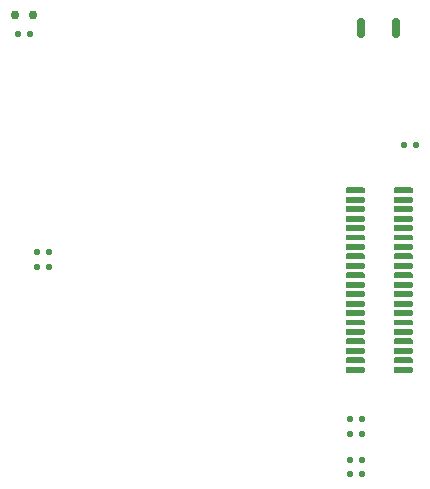
<source format=gbr>
%TF.GenerationSoftware,Altium Limited,Altium Designer,25.5.2 (35)*%
G04 Layer_Color=8421504*
%FSLAX45Y45*%
%MOMM*%
%TF.SameCoordinates,04C475F5-62FD-4A33-8D44-780EF8A6E366*%
%TF.FilePolarity,Positive*%
%TF.FileFunction,Paste,Top*%
%TF.Part,Single*%
G01*
G75*
%TA.AperFunction,OtherPad,Free Pad (3.5mm,44.9mm)*%
G04:AMPARAMS|DCode=33|XSize=0.73mm|YSize=0.73mm|CornerRadius=0.3285mm|HoleSize=0mm|Usage=FLASHONLY|Rotation=0.000|XOffset=0mm|YOffset=0mm|HoleType=Round|Shape=RoundedRectangle|*
%AMROUNDEDRECTD33*
21,1,0.73000,0.07300,0,0,0.0*
21,1,0.07300,0.73000,0,0,0.0*
1,1,0.65700,0.03650,-0.03650*
1,1,0.65700,-0.03650,-0.03650*
1,1,0.65700,-0.03650,0.03650*
1,1,0.65700,0.03650,0.03650*
%
%ADD33ROUNDEDRECTD33*%
%TA.AperFunction,OtherPad,Free Pad (1.9mm,44.9mm)*%
G04:AMPARAMS|DCode=34|XSize=0.73mm|YSize=0.73mm|CornerRadius=0.3285mm|HoleSize=0mm|Usage=FLASHONLY|Rotation=0.000|XOffset=0mm|YOffset=0mm|HoleType=Round|Shape=RoundedRectangle|*
%AMROUNDEDRECTD34*
21,1,0.73000,0.07300,0,0,0.0*
21,1,0.07300,0.73000,0,0,0.0*
1,1,0.65700,0.03650,-0.03650*
1,1,0.65700,-0.03650,-0.03650*
1,1,0.65700,-0.03650,0.03650*
1,1,0.65700,0.03650,0.03650*
%
%ADD34ROUNDEDRECTD34*%
%TA.AperFunction,OtherPad,Free Pad (34.2mm,43.8mm)*%
G04:AMPARAMS|DCode=35|XSize=1.7mm|YSize=0.6mm|CornerRadius=0.15mm|HoleSize=0mm|Usage=FLASHONLY|Rotation=90.000|XOffset=0mm|YOffset=0mm|HoleType=Round|Shape=RoundedRectangle|*
%AMROUNDEDRECTD35*
21,1,1.70000,0.30000,0,0,90.0*
21,1,1.40000,0.60000,0,0,90.0*
1,1,0.30000,0.15000,0.70000*
1,1,0.30000,0.15000,-0.70000*
1,1,0.30000,-0.15000,-0.70000*
1,1,0.30000,-0.15000,0.70000*
%
%ADD35ROUNDEDRECTD35*%
%TA.AperFunction,OtherPad,Free Pad (31.2mm,43.8mm)*%
G04:AMPARAMS|DCode=36|XSize=1.7mm|YSize=0.6mm|CornerRadius=0.15mm|HoleSize=0mm|Usage=FLASHONLY|Rotation=270.000|XOffset=0mm|YOffset=0mm|HoleType=Round|Shape=RoundedRectangle|*
%AMROUNDEDRECTD36*
21,1,1.70000,0.30000,0,0,270.0*
21,1,1.40000,0.60000,0,0,270.0*
1,1,0.30000,-0.15000,-0.70000*
1,1,0.30000,-0.15000,0.70000*
1,1,0.30000,0.15000,0.70000*
1,1,0.30000,0.15000,-0.70000*
%
%ADD36ROUNDEDRECTD36*%
%TA.AperFunction,SMDPad,CuDef*%
G04:AMPARAMS|DCode=37|XSize=0.53666mm|YSize=0.53666mm|CornerRadius=0.11833mm|HoleSize=0mm|Usage=FLASHONLY|Rotation=90.000|XOffset=0mm|YOffset=0mm|HoleType=Round|Shape=RoundedRectangle|*
%AMROUNDEDRECTD37*
21,1,0.53666,0.30000,0,0,90.0*
21,1,0.30000,0.53666,0,0,90.0*
1,1,0.23666,0.15000,0.15000*
1,1,0.23666,0.15000,-0.15000*
1,1,0.23666,-0.15000,-0.15000*
1,1,0.23666,-0.15000,0.15000*
%
%ADD37ROUNDEDRECTD37*%
G36*
X3006500Y1515000D02*
X3004013D01*
X2999419Y1513097D01*
X2995903Y1509581D01*
X2994000Y1504986D01*
Y1502500D01*
D01*
Y1477500D01*
Y1475014D01*
X2995903Y1470419D01*
X2999419Y1466903D01*
X3004013Y1465000D01*
X3006500D01*
D01*
X3141500D01*
X3143986D01*
X3148581Y1466903D01*
X3152097Y1470419D01*
X3154000Y1475014D01*
Y1477500D01*
D01*
Y1502500D01*
Y1504986D01*
X3152097Y1509581D01*
X3148581Y1513097D01*
X3143986Y1515000D01*
X3141500D01*
D01*
X3006500D01*
D02*
G37*
G36*
Y1595000D02*
X3004013D01*
X2999419Y1593097D01*
X2995903Y1589581D01*
X2994000Y1584986D01*
Y1582500D01*
D01*
Y1557500D01*
Y1555013D01*
X2995903Y1550419D01*
X2999419Y1546903D01*
X3004013Y1545000D01*
X3006500D01*
D01*
X3141500D01*
X3143986D01*
X3148581Y1546903D01*
X3152097Y1550419D01*
X3154000Y1555013D01*
Y1557500D01*
D01*
Y1582500D01*
Y1584986D01*
X3152097Y1589581D01*
X3148581Y1593097D01*
X3143986Y1595000D01*
X3141500D01*
D01*
X3006500D01*
D02*
G37*
G36*
Y1675000D02*
X3004013D01*
X2999419Y1673097D01*
X2995903Y1669581D01*
X2994000Y1664987D01*
Y1662500D01*
D01*
Y1637500D01*
Y1635014D01*
X2995903Y1630419D01*
X2999419Y1626903D01*
X3004013Y1625000D01*
X3006500D01*
D01*
X3141500D01*
X3143986D01*
X3148581Y1626903D01*
X3152097Y1630419D01*
X3154000Y1635014D01*
Y1637500D01*
D01*
Y1662500D01*
Y1664987D01*
X3152097Y1669581D01*
X3148581Y1673097D01*
X3143986Y1675000D01*
X3141500D01*
D01*
X3006500D01*
D02*
G37*
G36*
Y1755000D02*
X3004013D01*
X2999419Y1753097D01*
X2995903Y1749581D01*
X2994000Y1744986D01*
Y1742500D01*
D01*
Y1717500D01*
Y1715014D01*
X2995903Y1710419D01*
X2999419Y1706903D01*
X3004013Y1705000D01*
X3006500D01*
D01*
X3141500D01*
X3143986D01*
X3148581Y1706903D01*
X3152097Y1710419D01*
X3154000Y1715014D01*
Y1717500D01*
D01*
Y1742500D01*
Y1744986D01*
X3152097Y1749581D01*
X3148581Y1753097D01*
X3143986Y1755000D01*
X3141500D01*
D01*
X3006500D01*
D02*
G37*
G36*
Y1835000D02*
X3004013D01*
X2999419Y1833097D01*
X2995903Y1829581D01*
X2994000Y1824986D01*
Y1822500D01*
D01*
Y1797500D01*
Y1795013D01*
X2995903Y1790419D01*
X2999419Y1786903D01*
X3004013Y1785000D01*
X3006500D01*
D01*
X3141500D01*
X3143986D01*
X3148581Y1786903D01*
X3152097Y1790419D01*
X3154000Y1795013D01*
Y1797500D01*
D01*
Y1822500D01*
Y1824986D01*
X3152097Y1829581D01*
X3148581Y1833097D01*
X3143986Y1835000D01*
X3141500D01*
D01*
X3006500D01*
D02*
G37*
G36*
X3412500Y1515000D02*
X3547500D01*
X3549986D01*
X3554581Y1513097D01*
X3558097Y1509581D01*
X3560000Y1504986D01*
Y1502500D01*
D01*
Y1477500D01*
Y1475014D01*
X3558097Y1470419D01*
X3554581Y1466903D01*
X3549986Y1465000D01*
X3547500D01*
D01*
X3412500D01*
X3410013D01*
X3405419Y1466903D01*
X3401903Y1470419D01*
X3400000Y1475014D01*
Y1477500D01*
D01*
Y1502500D01*
Y1504986D01*
X3401903Y1509581D01*
X3405419Y1513097D01*
X3410013Y1515000D01*
X3412500D01*
D01*
D02*
G37*
G36*
Y1595000D02*
X3547500D01*
X3549986D01*
X3554581Y1593097D01*
X3558097Y1589581D01*
X3560000Y1584986D01*
Y1582500D01*
D01*
Y1557500D01*
Y1555013D01*
X3558097Y1550419D01*
X3554581Y1546903D01*
X3549986Y1545000D01*
X3547500D01*
D01*
X3412500D01*
X3410013D01*
X3405419Y1546903D01*
X3401903Y1550419D01*
X3400000Y1555013D01*
Y1557500D01*
D01*
Y1582500D01*
Y1584986D01*
X3401903Y1589581D01*
X3405419Y1593097D01*
X3410013Y1595000D01*
X3412500D01*
D01*
D02*
G37*
G36*
Y1675000D02*
X3547500D01*
X3549986D01*
X3554581Y1673097D01*
X3558097Y1669581D01*
X3560000Y1664987D01*
Y1662500D01*
D01*
Y1637500D01*
Y1635014D01*
X3558097Y1630419D01*
X3554581Y1626903D01*
X3549986Y1625000D01*
X3547500D01*
D01*
X3412500D01*
X3410013D01*
X3405419Y1626903D01*
X3401903Y1630419D01*
X3400000Y1635014D01*
Y1637500D01*
D01*
Y1662500D01*
Y1664987D01*
X3401903Y1669581D01*
X3405419Y1673097D01*
X3410013Y1675000D01*
X3412500D01*
D01*
D02*
G37*
G36*
Y1755000D02*
X3547500D01*
X3549986D01*
X3554581Y1753097D01*
X3558097Y1749581D01*
X3560000Y1744986D01*
Y1742500D01*
D01*
Y1717500D01*
Y1715014D01*
X3558097Y1710419D01*
X3554581Y1706903D01*
X3549986Y1705000D01*
X3547500D01*
D01*
X3412500D01*
X3410013D01*
X3405419Y1706903D01*
X3401903Y1710419D01*
X3400000Y1715014D01*
Y1717500D01*
D01*
Y1742500D01*
Y1744986D01*
X3401903Y1749581D01*
X3405419Y1753097D01*
X3410013Y1755000D01*
X3412500D01*
D01*
D02*
G37*
G36*
Y1835000D02*
X3547500D01*
X3549986D01*
X3554581Y1833097D01*
X3558097Y1829581D01*
X3560000Y1824986D01*
Y1822500D01*
D01*
Y1797500D01*
Y1795013D01*
X3558097Y1790419D01*
X3554581Y1786903D01*
X3549986Y1785000D01*
X3547500D01*
D01*
X3412500D01*
X3410013D01*
X3405419Y1786903D01*
X3401903Y1790419D01*
X3400000Y1795013D01*
Y1797500D01*
D01*
Y1822500D01*
Y1824986D01*
X3401903Y1829581D01*
X3405419Y1833097D01*
X3410013Y1835000D01*
X3412500D01*
D01*
D02*
G37*
G36*
X3006500Y1915000D02*
X3004013D01*
X2999419Y1913097D01*
X2995903Y1909581D01*
X2994000Y1904986D01*
Y1902500D01*
D01*
Y1877500D01*
Y1875014D01*
X2995903Y1870419D01*
X2999419Y1866903D01*
X3004013Y1865000D01*
X3006500D01*
D01*
X3141500D01*
X3143986D01*
X3148581Y1866903D01*
X3152097Y1870419D01*
X3154000Y1875014D01*
Y1877500D01*
D01*
Y1902500D01*
Y1904986D01*
X3152097Y1909581D01*
X3148581Y1913097D01*
X3143986Y1915000D01*
X3141500D01*
D01*
X3006500D01*
D02*
G37*
G36*
Y1995000D02*
X3004013D01*
X2999419Y1993097D01*
X2995903Y1989581D01*
X2994000Y1984986D01*
Y1982500D01*
D01*
Y1957500D01*
Y1955014D01*
X2995903Y1950419D01*
X2999419Y1946903D01*
X3004013Y1945000D01*
X3006500D01*
D01*
X3141500D01*
X3143986D01*
X3148581Y1946903D01*
X3152097Y1950419D01*
X3154000Y1955014D01*
Y1957500D01*
D01*
Y1982500D01*
Y1984986D01*
X3152097Y1989581D01*
X3148581Y1993097D01*
X3143986Y1995000D01*
X3141500D01*
D01*
X3006500D01*
D02*
G37*
G36*
Y2075000D02*
X3004013D01*
X2999419Y2073097D01*
X2995903Y2069581D01*
X2994000Y2064986D01*
Y2062500D01*
D01*
Y2037500D01*
Y2035013D01*
X2995903Y2030419D01*
X2999419Y2026903D01*
X3004013Y2025000D01*
X3006500D01*
D01*
X3141500D01*
X3143986D01*
X3148581Y2026903D01*
X3152097Y2030419D01*
X3154000Y2035013D01*
Y2037500D01*
D01*
Y2062500D01*
Y2064986D01*
X3152097Y2069581D01*
X3148581Y2073097D01*
X3143986Y2075000D01*
X3141500D01*
D01*
X3006500D01*
D02*
G37*
G36*
Y2235000D02*
X3004013D01*
X2999419Y2233097D01*
X2995903Y2229581D01*
X2994000Y2224986D01*
Y2222500D01*
D01*
Y2197500D01*
Y2195014D01*
X2995903Y2190419D01*
X2999419Y2186903D01*
X3004013Y2185000D01*
X3006500D01*
D01*
X3141500D01*
X3143986D01*
X3148581Y2186903D01*
X3152097Y2190419D01*
X3154000Y2195014D01*
Y2197500D01*
D01*
Y2222500D01*
Y2224986D01*
X3152097Y2229581D01*
X3148581Y2233097D01*
X3143986Y2235000D01*
X3141500D01*
D01*
X3006500D01*
D02*
G37*
G36*
Y2155000D02*
X3004013D01*
X2999419Y2153097D01*
X2995903Y2149581D01*
X2994000Y2144986D01*
Y2142500D01*
D01*
Y2117500D01*
Y2115014D01*
X2995903Y2110419D01*
X2999419Y2106903D01*
X3004013Y2105000D01*
X3006500D01*
D01*
X3141500D01*
X3143986D01*
X3148581Y2106903D01*
X3152097Y2110419D01*
X3154000Y2115014D01*
Y2117500D01*
D01*
Y2142500D01*
Y2144986D01*
X3152097Y2149581D01*
X3148581Y2153097D01*
X3143986Y2155000D01*
X3141500D01*
D01*
X3006500D01*
D02*
G37*
G36*
X3412500Y1915000D02*
X3547500D01*
X3549986D01*
X3554581Y1913097D01*
X3558097Y1909581D01*
X3560000Y1904986D01*
Y1902500D01*
D01*
Y1877500D01*
Y1875014D01*
X3558097Y1870419D01*
X3554581Y1866903D01*
X3549986Y1865000D01*
X3547500D01*
D01*
X3412500D01*
X3410013D01*
X3405419Y1866903D01*
X3401903Y1870419D01*
X3400000Y1875014D01*
Y1877500D01*
D01*
Y1902500D01*
Y1904986D01*
X3401903Y1909581D01*
X3405419Y1913097D01*
X3410013Y1915000D01*
X3412500D01*
D01*
D02*
G37*
G36*
Y1995000D02*
X3547500D01*
X3549986D01*
X3554581Y1993097D01*
X3558097Y1989581D01*
X3560000Y1984986D01*
Y1982500D01*
D01*
Y1957500D01*
Y1955014D01*
X3558097Y1950419D01*
X3554581Y1946903D01*
X3549986Y1945000D01*
X3547500D01*
D01*
X3412500D01*
X3410013D01*
X3405419Y1946903D01*
X3401903Y1950419D01*
X3400000Y1955014D01*
Y1957500D01*
D01*
Y1982500D01*
Y1984986D01*
X3401903Y1989581D01*
X3405419Y1993097D01*
X3410013Y1995000D01*
X3412500D01*
D01*
D02*
G37*
G36*
Y2075000D02*
X3547500D01*
X3549986D01*
X3554581Y2073097D01*
X3558097Y2069581D01*
X3560000Y2064986D01*
Y2062500D01*
D01*
Y2037500D01*
Y2035013D01*
X3558097Y2030419D01*
X3554581Y2026903D01*
X3549986Y2025000D01*
X3547500D01*
D01*
X3412500D01*
X3410013D01*
X3405419Y2026903D01*
X3401903Y2030419D01*
X3400000Y2035013D01*
Y2037500D01*
D01*
Y2062500D01*
Y2064986D01*
X3401903Y2069581D01*
X3405419Y2073097D01*
X3410013Y2075000D01*
X3412500D01*
D01*
D02*
G37*
G36*
Y2155000D02*
X3547500D01*
X3549986D01*
X3554581Y2153097D01*
X3558097Y2149581D01*
X3560000Y2144986D01*
Y2142500D01*
D01*
Y2117500D01*
Y2115014D01*
X3558097Y2110419D01*
X3554581Y2106903D01*
X3549986Y2105000D01*
X3547500D01*
D01*
X3412500D01*
X3410013D01*
X3405419Y2106903D01*
X3401903Y2110419D01*
X3400000Y2115014D01*
Y2117500D01*
D01*
Y2142500D01*
Y2144986D01*
X3401903Y2149581D01*
X3405419Y2153097D01*
X3410013Y2155000D01*
X3412500D01*
D01*
D02*
G37*
G36*
Y2235000D02*
X3547500D01*
X3549986D01*
X3554581Y2233097D01*
X3558097Y2229581D01*
X3560000Y2224986D01*
Y2222500D01*
D01*
Y2197500D01*
Y2195014D01*
X3558097Y2190419D01*
X3554581Y2186903D01*
X3549986Y2185000D01*
X3547500D01*
D01*
X3412500D01*
X3410013D01*
X3405419Y2186903D01*
X3401903Y2190419D01*
X3400000Y2195014D01*
Y2197500D01*
D01*
Y2222500D01*
Y2224986D01*
X3401903Y2229581D01*
X3405419Y2233097D01*
X3410013Y2235000D01*
X3412500D01*
D01*
D02*
G37*
G36*
X3006500Y2315000D02*
X3004013D01*
X2999419Y2313097D01*
X2995903Y2309581D01*
X2994000Y2304986D01*
Y2302500D01*
D01*
Y2277500D01*
Y2275013D01*
X2995903Y2270419D01*
X2999419Y2266903D01*
X3004013Y2265000D01*
X3006500D01*
D01*
X3141500D01*
X3143986D01*
X3148581Y2266903D01*
X3152097Y2270419D01*
X3154000Y2275013D01*
Y2277500D01*
D01*
Y2302500D01*
Y2304986D01*
X3152097Y2309581D01*
X3148581Y2313097D01*
X3143986Y2315000D01*
X3141500D01*
D01*
X3006500D01*
D02*
G37*
G36*
Y2395000D02*
X3004013D01*
X2999419Y2393097D01*
X2995903Y2389581D01*
X2994000Y2384986D01*
Y2382500D01*
D01*
Y2357500D01*
Y2355014D01*
X2995903Y2350419D01*
X2999419Y2346903D01*
X3004013Y2345000D01*
X3006500D01*
D01*
X3141500D01*
X3143986D01*
X3148581Y2346903D01*
X3152097Y2350419D01*
X3154000Y2355014D01*
Y2357500D01*
D01*
Y2382500D01*
Y2384986D01*
X3152097Y2389581D01*
X3148581Y2393097D01*
X3143986Y2395000D01*
X3141500D01*
D01*
X3006500D01*
D02*
G37*
G36*
Y2475000D02*
X3004013D01*
X2999419Y2473097D01*
X2995903Y2469581D01*
X2994000Y2464986D01*
Y2462500D01*
D01*
Y2437500D01*
Y2435014D01*
X2995903Y2430419D01*
X2999419Y2426903D01*
X3004013Y2425000D01*
X3006500D01*
D01*
X3141500D01*
X3143986D01*
X3148581Y2426903D01*
X3152097Y2430419D01*
X3154000Y2435014D01*
Y2437500D01*
D01*
Y2462500D01*
Y2464986D01*
X3152097Y2469581D01*
X3148581Y2473097D01*
X3143986Y2475000D01*
X3141500D01*
D01*
X3006500D01*
D02*
G37*
G36*
Y2635000D02*
X3004013D01*
X2999419Y2633097D01*
X2995903Y2629581D01*
X2994000Y2624986D01*
Y2622500D01*
D01*
Y2597500D01*
Y2595014D01*
X2995903Y2590419D01*
X2999419Y2586903D01*
X3004013Y2585000D01*
X3006500D01*
D01*
X3141500D01*
X3143986D01*
X3148581Y2586903D01*
X3152097Y2590419D01*
X3154000Y2595014D01*
Y2597500D01*
D01*
Y2622500D01*
Y2624986D01*
X3152097Y2629581D01*
X3148581Y2633097D01*
X3143986Y2635000D01*
X3141500D01*
D01*
X3006500D01*
D02*
G37*
G36*
Y2555000D02*
X3004013D01*
X2999419Y2553097D01*
X2995903Y2549581D01*
X2994000Y2544986D01*
Y2542500D01*
D01*
Y2517500D01*
Y2515014D01*
X2995903Y2510419D01*
X2999419Y2506903D01*
X3004013Y2505000D01*
X3006500D01*
D01*
X3141500D01*
X3143986D01*
X3148581Y2506903D01*
X3152097Y2510419D01*
X3154000Y2515014D01*
Y2517500D01*
D01*
Y2542500D01*
Y2544986D01*
X3152097Y2549581D01*
X3148581Y2553097D01*
X3143986Y2555000D01*
X3141500D01*
D01*
X3006500D01*
D02*
G37*
G36*
X3412500Y2315000D02*
X3547500D01*
X3549986D01*
X3554581Y2313097D01*
X3558097Y2309581D01*
X3560000Y2304986D01*
Y2302500D01*
D01*
Y2277500D01*
Y2275013D01*
X3558097Y2270419D01*
X3554581Y2266903D01*
X3549986Y2265000D01*
X3547500D01*
D01*
X3412500D01*
X3410013D01*
X3405419Y2266903D01*
X3401903Y2270419D01*
X3400000Y2275013D01*
Y2277500D01*
D01*
Y2302500D01*
Y2304986D01*
X3401903Y2309581D01*
X3405419Y2313097D01*
X3410013Y2315000D01*
X3412500D01*
D01*
D02*
G37*
G36*
Y2395000D02*
X3547500D01*
X3549986D01*
X3554581Y2393097D01*
X3558097Y2389581D01*
X3560000Y2384986D01*
Y2382500D01*
D01*
Y2357500D01*
Y2355014D01*
X3558097Y2350419D01*
X3554581Y2346903D01*
X3549986Y2345000D01*
X3547500D01*
D01*
X3412500D01*
X3410013D01*
X3405419Y2346903D01*
X3401903Y2350419D01*
X3400000Y2355014D01*
Y2357500D01*
D01*
Y2382500D01*
Y2384986D01*
X3401903Y2389581D01*
X3405419Y2393097D01*
X3410013Y2395000D01*
X3412500D01*
D01*
D02*
G37*
G36*
Y2475000D02*
X3547500D01*
X3549986D01*
X3554581Y2473097D01*
X3558097Y2469581D01*
X3560000Y2464986D01*
Y2462500D01*
D01*
Y2437500D01*
Y2435014D01*
X3558097Y2430419D01*
X3554581Y2426903D01*
X3549986Y2425000D01*
X3547500D01*
D01*
X3412500D01*
X3410013D01*
X3405419Y2426903D01*
X3401903Y2430419D01*
X3400000Y2435014D01*
Y2437500D01*
D01*
Y2462500D01*
Y2464986D01*
X3401903Y2469581D01*
X3405419Y2473097D01*
X3410013Y2475000D01*
X3412500D01*
D01*
D02*
G37*
G36*
Y2555000D02*
X3547500D01*
X3549986D01*
X3554581Y2553097D01*
X3558097Y2549581D01*
X3560000Y2544986D01*
Y2542500D01*
D01*
Y2517500D01*
Y2515014D01*
X3558097Y2510419D01*
X3554581Y2506903D01*
X3549986Y2505000D01*
X3547500D01*
D01*
X3412500D01*
X3410013D01*
X3405419Y2506903D01*
X3401903Y2510419D01*
X3400000Y2515014D01*
Y2517500D01*
D01*
Y2542500D01*
Y2544986D01*
X3401903Y2549581D01*
X3405419Y2553097D01*
X3410013Y2555000D01*
X3412500D01*
D01*
D02*
G37*
G36*
Y2635000D02*
X3547500D01*
X3549986D01*
X3554581Y2633097D01*
X3558097Y2629581D01*
X3560000Y2624986D01*
Y2622500D01*
D01*
Y2597500D01*
Y2595014D01*
X3558097Y2590419D01*
X3554581Y2586903D01*
X3549986Y2585000D01*
X3547500D01*
D01*
X3412500D01*
X3410013D01*
X3405419Y2586903D01*
X3401903Y2590419D01*
X3400000Y2595014D01*
Y2597500D01*
D01*
Y2622500D01*
Y2624986D01*
X3401903Y2629581D01*
X3405419Y2633097D01*
X3410013Y2635000D01*
X3412500D01*
D01*
D02*
G37*
G36*
X3006500Y2715000D02*
X3004013D01*
X2999419Y2713097D01*
X2995903Y2709581D01*
X2994000Y2704986D01*
Y2702500D01*
D01*
Y2677500D01*
Y2675014D01*
X2995903Y2670419D01*
X2999419Y2666903D01*
X3004013Y2665000D01*
X3006500D01*
D01*
X3141500D01*
X3143986D01*
X3148581Y2666903D01*
X3152097Y2670419D01*
X3154000Y2675014D01*
Y2677500D01*
D01*
Y2702500D01*
Y2704986D01*
X3152097Y2709581D01*
X3148581Y2713097D01*
X3143986Y2715000D01*
X3141500D01*
D01*
X3006500D01*
D02*
G37*
G36*
Y2795000D02*
X3004013D01*
X2999419Y2793097D01*
X2995903Y2789581D01*
X2994000Y2784986D01*
Y2782500D01*
D01*
Y2757500D01*
Y2755014D01*
X2995903Y2750419D01*
X2999419Y2746903D01*
X3004013Y2745000D01*
X3006500D01*
D01*
X3141500D01*
X3143986D01*
X3148581Y2746903D01*
X3152097Y2750419D01*
X3154000Y2755014D01*
Y2757500D01*
D01*
Y2782500D01*
Y2784986D01*
X3152097Y2789581D01*
X3148581Y2793097D01*
X3143986Y2795000D01*
X3141500D01*
D01*
X3006500D01*
D02*
G37*
G36*
Y2875000D02*
X3004013D01*
X2999419Y2873097D01*
X2995903Y2869581D01*
X2994000Y2864986D01*
Y2862500D01*
D01*
Y2837500D01*
Y2835014D01*
X2995903Y2830419D01*
X2999419Y2826903D01*
X3004013Y2825000D01*
X3006500D01*
D01*
X3141500D01*
X3143986D01*
X3148581Y2826903D01*
X3152097Y2830419D01*
X3154000Y2835014D01*
Y2837500D01*
D01*
Y2862500D01*
Y2864986D01*
X3152097Y2869581D01*
X3148581Y2873097D01*
X3143986Y2875000D01*
X3141500D01*
D01*
X3006500D01*
D02*
G37*
G36*
Y3035000D02*
X3004013D01*
X2999419Y3033097D01*
X2995903Y3029581D01*
X2994000Y3024986D01*
Y3022500D01*
D01*
Y2997500D01*
Y2995014D01*
X2995903Y2990419D01*
X2999419Y2986903D01*
X3004013Y2985000D01*
X3006500D01*
D01*
X3141500D01*
X3143986D01*
X3148581Y2986903D01*
X3152097Y2990419D01*
X3154000Y2995014D01*
Y2997500D01*
D01*
Y3022500D01*
Y3024986D01*
X3152097Y3029581D01*
X3148581Y3033097D01*
X3143986Y3035000D01*
X3141500D01*
D01*
X3006500D01*
D02*
G37*
G36*
Y2955000D02*
X3004013D01*
X2999419Y2953097D01*
X2995903Y2949581D01*
X2994000Y2944986D01*
Y2942500D01*
D01*
Y2917500D01*
Y2915013D01*
X2995903Y2910419D01*
X2999419Y2906903D01*
X3004013Y2905000D01*
X3006500D01*
D01*
X3141500D01*
X3143986D01*
X3148581Y2906903D01*
X3152097Y2910419D01*
X3154000Y2915013D01*
Y2917500D01*
D01*
Y2942500D01*
Y2944986D01*
X3152097Y2949581D01*
X3148581Y2953097D01*
X3143986Y2955000D01*
X3141500D01*
D01*
X3006500D01*
D02*
G37*
G36*
X3412500Y2715000D02*
X3547500D01*
X3549986D01*
X3554581Y2713097D01*
X3558097Y2709581D01*
X3560000Y2704986D01*
Y2702500D01*
D01*
Y2677500D01*
Y2675014D01*
X3558097Y2670419D01*
X3554581Y2666903D01*
X3549986Y2665000D01*
X3547500D01*
D01*
X3412500D01*
X3410013D01*
X3405419Y2666903D01*
X3401903Y2670419D01*
X3400000Y2675014D01*
Y2677500D01*
D01*
Y2702500D01*
Y2704986D01*
X3401903Y2709581D01*
X3405419Y2713097D01*
X3410013Y2715000D01*
X3412500D01*
D01*
D02*
G37*
G36*
Y2795000D02*
X3547500D01*
X3549986D01*
X3554581Y2793097D01*
X3558097Y2789581D01*
X3560000Y2784986D01*
Y2782500D01*
D01*
Y2757500D01*
Y2755014D01*
X3558097Y2750419D01*
X3554581Y2746903D01*
X3549986Y2745000D01*
X3547500D01*
D01*
X3412500D01*
X3410013D01*
X3405419Y2746903D01*
X3401903Y2750419D01*
X3400000Y2755014D01*
Y2757500D01*
D01*
Y2782500D01*
Y2784986D01*
X3401903Y2789581D01*
X3405419Y2793097D01*
X3410013Y2795000D01*
X3412500D01*
D01*
D02*
G37*
G36*
Y2875000D02*
X3547500D01*
X3549986D01*
X3554581Y2873097D01*
X3558097Y2869581D01*
X3560000Y2864986D01*
Y2862500D01*
D01*
Y2837500D01*
Y2835014D01*
X3558097Y2830419D01*
X3554581Y2826903D01*
X3549986Y2825000D01*
X3547500D01*
D01*
X3412500D01*
X3410013D01*
X3405419Y2826903D01*
X3401903Y2830419D01*
X3400000Y2835014D01*
Y2837500D01*
D01*
Y2862500D01*
Y2864986D01*
X3401903Y2869581D01*
X3405419Y2873097D01*
X3410013Y2875000D01*
X3412500D01*
D01*
D02*
G37*
G36*
Y2955000D02*
X3547500D01*
X3549986D01*
X3554581Y2953097D01*
X3558097Y2949581D01*
X3560000Y2944986D01*
Y2942500D01*
D01*
Y2917500D01*
Y2915013D01*
X3558097Y2910419D01*
X3554581Y2906903D01*
X3549986Y2905000D01*
X3547500D01*
D01*
X3412500D01*
X3410013D01*
X3405419Y2906903D01*
X3401903Y2910419D01*
X3400000Y2915013D01*
Y2917500D01*
D01*
Y2942500D01*
Y2944986D01*
X3401903Y2949581D01*
X3405419Y2953097D01*
X3410013Y2955000D01*
X3412500D01*
D01*
D02*
G37*
G36*
Y3035000D02*
X3547500D01*
X3549986D01*
X3554581Y3033097D01*
X3558097Y3029581D01*
X3560000Y3024986D01*
Y3022500D01*
D01*
Y2997500D01*
Y2995014D01*
X3558097Y2990419D01*
X3554581Y2986903D01*
X3549986Y2985000D01*
X3547500D01*
D01*
X3412500D01*
X3410013D01*
X3405419Y2986903D01*
X3401903Y2990419D01*
X3400000Y2995014D01*
Y2997500D01*
D01*
Y3022500D01*
Y3024986D01*
X3401903Y3029581D01*
X3405419Y3033097D01*
X3410013Y3035000D01*
X3412500D01*
D01*
D02*
G37*
D33*
X350000Y4490000D02*
D03*
D34*
X190000D02*
D03*
D35*
X3420000Y4380000D02*
D03*
D36*
X3120000D02*
D03*
D37*
X3490000Y3390000D02*
D03*
X3590000D02*
D03*
X220000Y4330000D02*
D03*
X320000D02*
D03*
X3130000Y610000D02*
D03*
X3030000D02*
D03*
X3130000Y950000D02*
D03*
X3030000D02*
D03*
X3130000Y730000D02*
D03*
X3030000D02*
D03*
X3130000Y1070000D02*
D03*
X3030000D02*
D03*
X480000Y2360000D02*
D03*
X380000D02*
D03*
X480000Y2490000D02*
D03*
X380000D02*
D03*
%TF.MD5,61f3daf27d7cc74e36dc1c2beb54955c*%
M02*

</source>
